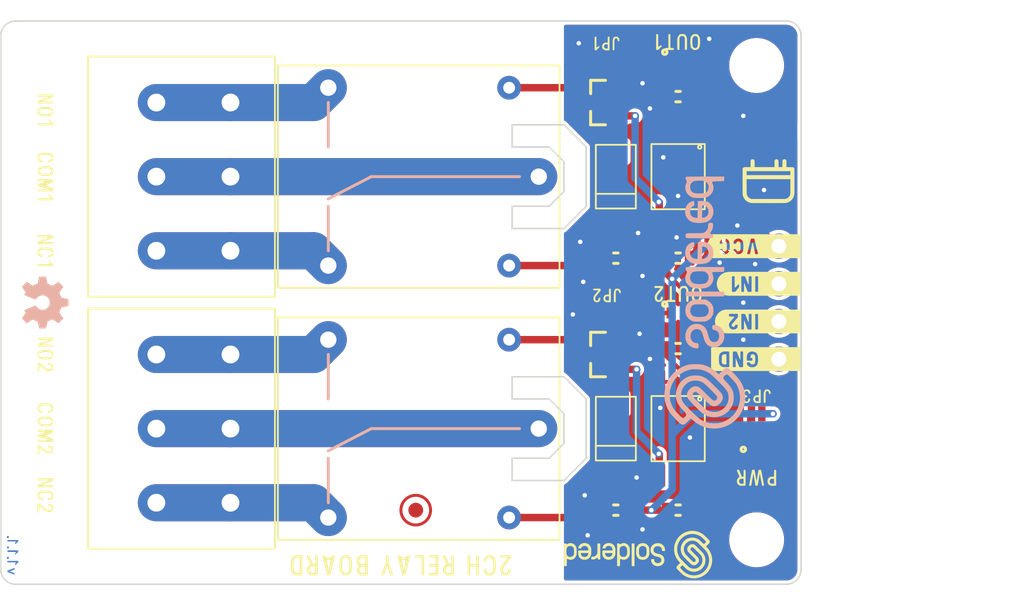
<source format=kicad_pcb>
(kicad_pcb (version 20210623) (generator pcbnew)
  (title_block (title "2CH relay board") (date "2021-07-13") (rev "V1.1.1.") (company "V1.1.1.") (comment 1 "333023"))
  (layers (0 "F.Cu" signal) (31 "B.Cu" signal) (34 "B.Paste" user) (35 "F.Paste" user) (36 "B.SilkS" user "B.Silkscreen") (37 "F.SilkS" user "F.Silkscreen") (38 "B.Mask" user) (39 "F.Mask" user) (44 "Edge.Cuts" user))
  (net 0 "")
  (net 1 "Net-(D1-Pad2)")
  (net 2 "VCC")
  (net 3 "Net-(D2-Pad2)")
  (net 4 "Net-(D2-Pad1)")
  (net 5 "Net-(D3-Pad2)")
  (net 6 "Net-(D4-Pad2)")
  (net 7 "Net-(D4-Pad1)")
  (net 8 "NC1")
  (net 9 "COM1")
  (net 10 "NO1")
  (net 11 "GND")
  (net 12 "IN2")
  (net 13 "IN1")
  (net 14 "NC2")
  (net 15 "COM2")
  (net 16 "NO2")
  (net 17 "Net-(Q1-Pad1)")
  (net 18 "Net-(Q2-Pad1)")
  (net 19 "Net-(R1-Pad1)")
  (net 20 "Net-(R3-Pad1)")
  (net 21 "Net-(R5-Pad1)")
  (net 22 "Net-(R7-Pad1)")
  (net 23 "Net-(JP1-Pad1)")
  (net 24 "Net-(JP2-Pad1)")
  (net 25 "Net-(D5-Pad1)")
  (net 26 "Net-(JP3-Pad2)")
  (footprint "buzzardLabel" (layer "F.Cu") (at 120.8 120.01 180)
    (fp_text reference "" (at 0 0) (layer "F.SilkS") (effects (font (size 1.27 1.27))))
    (fp_text value "" (at 0 0) (layer "F.SilkS") (effects (font (size 1.27 1.27))))
  )
  (footprint "buzzardLabel" (layer "F.Cu") (at 117.4 128 180)
    (fp_text reference "" (at 0 0) (layer "F.SilkS") (effects (font (size 1.27 1.27))))
    (fp_text value "" (at 0 0) (layer "F.SilkS") (effects (font (size 1.27 1.27))))
  )
  (footprint "e-radionica.com footprinti:SOT-23-3" (layer "F.Cu") (at 106.9 119.7 180)
    (fp_text reference "Q2")
    (fp_text value "NPN-SOT-23-3")
    (pad "1" smd rect locked (at -1.2 -0.95 270) (size 0.6 1) (layers "F.Cu" "F.Paste" "F.Mask") (net 18 "Net-(Q2-Pad1)"))
    (pad "2" smd rect locked (at -1.2 0.95 270) (size 0.6 1) (layers "F.Cu" "F.Paste" "F.Mask") (net 11 "GND"))
    (pad "3" smd rect locked (at 1.2 0 270) (size 0.6 1) (layers "F.Cu" "F.Paste" "F.Mask") (net 7 "Net-(D4-Pad1)"))
  )
  (footprint "buzzardLabel" (layer "F.Cu") (at 107.3 98.7 180)
    (fp_text reference "" (at 0 0) (layer "F.SilkS") (effects (font (size 1.27 1.27))))
    (fp_text value "" (at 0 0) (layer "F.SilkS") (effects (font (size 1.27 1.27))))
  )
  (footprint "e-radionica.com footprinti:SMD-JUMPER-CONNECTED_TRACE_SLODERMASK" (layer "F.Cu") (at 107.3 99.9 180)
    (fp_text reference "JP1")
    (fp_text value "SMD-JUMPER-CONNECTED_TRACE_SLODERMASK")
    (fp_poly (pts (xy 0.1 0.1) (xy -0.1 0.1) (xy -0.1 -0.1) (xy 0.1 -0.1)) (layer "F.Cu") (width 0.1) (fill solid))
    (pad "1" smd rect (at -0.35 0 180) (size 0.5 1) (layers "F.Cu" "F.Mask") (net 23 "Net-(JP1-Pad1)"))
    (pad "2" smd rect (at 0.35 0 180) (size 0.5 1) (layers "F.Cu" "F.Mask") (net 4 "Net-(D2-Pad1)"))
  )
  (footprint "e-radionica.com footprinti:0402R" (layer "F.Cu") (at 117.4 125.5)
    (fp_text reference "R9")
    (fp_text value "2k2")
    (pad "1" smd rect locked (at -0.5 0 90) (size 0.64 0.54) (layers "F.Cu" "F.Paste" "F.Mask") (net 26 "Net-(JP3-Pad2)"))
    (pad "2" smd rect locked (at 0.5 0 90) (size 0.64 0.54) (layers "F.Cu" "F.Paste" "F.Mask") (net 25 "Net-(D5-Pad1)"))
  )
  (footprint "Soldered Graphics:Logo-Front-SolderedFULL-10mm" (layer "F.Cu") (at 109.4 133.2 180)
    (fp_text reference "G***" hide)
    (fp_text value "LOGO" hide)
  )
  (footprint "e-radionica.com footprinti:FIDUCIAL_23" (layer "F.Cu") (at 94.4 130.2 -90)
    (fp_text reference "FD2")
    (fp_text value "FIDUCIAL")
    (fp_circle (center 0 0) (end 1 0) (layer "F.Cu") (width 0.2) (fill none))
    (pad "1" smd circle (at 0 0 270) (size 1 1) (layers "F.Cu" "F.Paste" "F.Mask") (clearance 1.1))
  )
  (footprint "buzzardLabel" (layer "F.Cu") (at 120.8 112.39 180)
    (fp_text reference "" (at 0 0) (layer "F.SilkS") (effects (font (size 1.27 1.27))))
    (fp_text value "" (at 0 0) (layer "F.SilkS") (effects (font (size 1.27 1.27))))
  )
  (footprint "e-radionica.com footprinti:HOLE_3.2mm" (layer "F.Cu") (at 69.4 132.2 -90)
    (fp_text reference "H2" hide)
    (fp_text value "HOLE_3.2mm" hide)
    (pad "" np_thru_hole circle locked (at 0 0 270) (size 3.2 3.2) (drill 3.2) (layers F&B.Cu *.Mask))
  )
  (footprint "buzzardLabel" (layer "F.Cu") (at 120.8 114.93 180)
    (fp_text reference "" (at 0 0) (layer "F.SilkS") (effects (font (size 1.27 1.27))))
    (fp_text value "" (at 0 0) (layer "F.SilkS") (effects (font (size 1.27 1.27))))
  )
  (footprint "e-radionica.com footprinti:HOLE_3.2mm" (layer "F.Cu") (at 117.4 100.2 -90)
    (fp_text reference "H4" hide)
    (fp_text value "HOLE_3.2mm" hide)
    (pad "" np_thru_hole circle locked (at 0 0 270) (size 3.2 3.2) (drill 3.2) (layers F&B.Cu *.Mask))
  )
  (footprint "e-radionica.com footprinti:0402R" (layer "F.Cu") (at 109.7 99.9)
    (fp_text reference "R2")
    (fp_text value "2k2")
    (pad "1" smd rect locked (at -0.5 0 90) (size 0.64 0.54) (layers "F.Cu" "F.Paste" "F.Mask") (net 23 "Net-(JP1-Pad1)"))
    (pad "2" smd rect locked (at 0.5 0 90) (size 0.64 0.54) (layers "F.Cu" "F.Paste" "F.Mask") (net 1 "Net-(D1-Pad2)"))
  )
  (footprint "e-radionica.com footprinti:PC357_OPTO" (layer "F.Cu") (at 112.1 107.7 -90)
    (fp_text reference "U1")
    (fp_text value "PC357_OPTO")
    (pad "1" smd rect locked (at -3.15 -1.27 270) (size 1.5 0.8) (layers "F.Cu" "F.Paste" "F.Mask") (net 19 "Net-(R1-Pad1)"))
    (pad "2" smd rect locked (at -3.15 1.27 270) (size 1.5 0.8) (layers "F.Cu" "F.Paste" "F.Mask") (net 11 "GND"))
    (pad "3" smd rect locked (at 3.15 1.27 270) (size 1.5 0.8) (layers "F.Cu" "F.Paste" "F.Mask") (net 17 "Net-(Q1-Pad1)"))
    (pad "4" smd rect locked (at 3.15 -1.27 270) (size 1.5 0.8) (layers "F.Cu" "F.Paste" "F.Mask") (net 20 "Net-(R3-Pad1)"))
  )
  (footprint "e-radionica.com footprinti:0603R" (layer "F.Cu") (at 107.9 113.2)
    (fp_text reference "R4")
    (fp_text value "10R")
    (pad "1" smd rect locked (at -0.775 0 90) (size 1 0.64) (layers "F.Cu" "F.Paste" "F.Mask") (net 3 "Net-(D2-Pad2)"))
    (pad "2" smd rect locked (at 0.775 0 90) (size 1 0.64) (layers "F.Cu" "F.Paste" "F.Mask") (net 2 "VCC"))
  )
  (footprint "e-radionica.com footprinti:0603R" (layer "F.Cu") (at 112.1 113.2 180)
    (fp_text reference "R3")
    (fp_text value "330R")
    (pad "1" smd rect locked (at -0.775 0 270) (size 1 0.64) (layers "F.Cu" "F.Paste" "F.Mask") (net 20 "Net-(R3-Pad1)"))
    (pad "2" smd rect locked (at 0.775 0 270) (size 1 0.64) (layers "F.Cu" "F.Paste" "F.Mask") (net 2 "VCC"))
  )
  (footprint "buzzardLabel" (layer "F.Cu") (at 69.4 107.7 -90)
    (fp_text reference "" (at 0 0 90) (layer "F.SilkS") (effects (font (size 1.27 1.27))))
    (fp_text value "" (at 0 0 90) (layer "F.SilkS") (effects (font (size 1.27 1.27))))
  )
  (footprint "e-radionica.com footprinti:0402LED" (layer "F.Cu") (at 112.1 99.9 180)
    (fp_text reference "D1")
    (fp_text value "blue")
    (pad "1" smd rect locked (at -0.55 0 270) (size 0.75 0.45) (layers "F.Cu" "F.Paste" "F.Mask") (net 2 "VCC"))
    (pad "2" smd rect locked (at 0.55 0 270) (size 0.75 0.45) (layers "F.Cu" "F.Paste" "F.Mask") (net 1 "Net-(D1-Pad2)"))
  )
  (footprint "buzzardLabel" (layer "F.Cu") (at 69.4 124.7 -90)
    (fp_text reference "" (at 0 0 90) (layer "F.SilkS") (effects (font (size 1.27 1.27))))
    (fp_text value "" (at 0 0 90) (layer "F.SilkS") (effects (font (size 1.27 1.27))))
  )
  (footprint "e-radionica.com footprinti:FIDUCIAL_23" (layer "F.Cu") (at 118.4 104.6 -90)
    (fp_text reference "FD1")
    (fp_text value "FIDUCIAL")
    (fp_circle (center 0 0) (end 1 0) (layer "F.Cu") (width 0.2) (fill none))
    (pad "1" smd circle (at 0 0 270) (size 1 1) (layers "F.Cu" "F.Paste" "F.Mask") (clearance 1.1))
  )
  (footprint "buzzardLabel" (layer "F.Cu") (at 69.4 129.2 -90)
    (fp_text reference "" (at 0 0 90) (layer "F.SilkS") (effects (font (size 1.27 1.27))))
    (fp_text value "" (at 0 0 90) (layer "F.SilkS") (effects (font (size 1.27 1.27))))
  )
  (footprint "e-radionica.com footprinti:0402LED" (layer "F.Cu") (at 117.4 126.7 180)
    (fp_text reference "D5")
    (fp_text value "purple")
    (pad "1" smd rect locked (at -0.55 0 270) (size 0.75 0.45) (layers "F.Cu" "F.Paste" "F.Mask") (net 25 "Net-(D5-Pad1)"))
    (pad "2" smd rect locked (at 0.55 0 270) (size 0.75 0.45) (layers "F.Cu" "F.Paste" "F.Mask") (net 11 "GND"))
  )
  (footprint "e-radionica.com footprinti:SRD_RELAY_5V" (layer "F.Cu") (at 94.6 107.7)
    (fp_text reference "K1")
    (fp_text value "SRD-05VDC-SL-C")
    (pad "1" thru_hole circle locked (at 6.1 6) (size 1.6 1.6) (drill 0.8) (layers *.Cu *.Mask) (net 3 "Net-(D2-Pad2)"))
    (pad "2" thru_hole circle locked (at 6.1 -6) (size 1.6 1.6) (drill 0.8) (layers *.Cu *.Mask) (net 4 "Net-(D2-Pad1)"))
    (pad "3" thru_hole circle locked (at -6.1 -6) (size 2 2) (drill 1.1) (layers *.Cu *.Mask) (net 10 "NO1"))
    (pad "4" thru_hole circle locked (at 8.1 0) (size 2 2) (drill 1.1) (layers *.Cu *.Mask) (net 9 "COM1"))
    (pad "5" thru_hole circle locked (at -6.1 6) (size 2 2) (drill 1.1) (layers *.Cu *.Mask) (net 8 "NC1"))
  )
  (footprint "Soldered Graphics:Logo-Back-OSH-3.5mm" (layer "F.Cu") (at 69.4 116.2 -90)
    (fp_text reference "G***" hide)
    (fp_text value "LOGO" hide)
  )
  (footprint "buzzardLabel" (layer "F.Cu") (at 93.4 133.9 180)
    (fp_text reference "" (at 0 0) (layer "F.SilkS") (effects (font (size 1.27 1.27))))
    (fp_text value "" (at 0 0) (layer "F.SilkS") (effects (font (size 1.27 1.27))))
  )
  (footprint "e-radionica.com footprinti:0603R" (layer "F.Cu") (at 107.9 130.2)
    (fp_text reference "R8")
    (fp_text value "10R")
    (pad "1" smd rect locked (at -0.775 0 90) (size 1 0.64) (layers "F.Cu" "F.Paste" "F.Mask") (net 6 "Net-(D4-Pad2)"))
    (pad "2" smd rect locked (at 0.775 0 90) (size 1 0.64) (layers "F.Cu" "F.Paste" "F.Mask") (net 2 "VCC"))
  )
  (footprint "e-radionica.com footprinti:0603R" (layer "F.Cu") (at 112.1 102.3)
    (fp_text reference "R1")
    (fp_text value "100R")
    (pad "1" smd rect locked (at -0.775 0 90) (size 1 0.64) (layers "F.Cu" "F.Paste" "F.Mask") (net 19 "Net-(R1-Pad1)"))
    (pad "2" smd rect locked (at 0.775 0 90) (size 1 0.64) (layers "F.Cu" "F.Paste" "F.Mask") (net 13 "IN1"))
  )
  (footprint "buzzardLabel" (layer "F.Cu") (at 120.8 117.47 180)
    (fp_text reference "" (at 0 0) (layer "F.SilkS") (effects (font (size 1.27 1.27))))
    (fp_text value "" (at 0 0) (layer "F.SilkS") (effects (font (size 1.27 1.27))))
  )
  (footprint "e-radionica.com footprinti:SMD-JUMPER-CONNECTED_TRACE_SLODERMASK" (layer "F.Cu") (at 117.4 123.7 180)
    (fp_text reference "JP3")
    (fp_text value "SMD-JUMPER-CONNECTED_TRACE_SLODERMASK")
    (fp_poly (pts (xy 0.1 0.1) (xy -0.1 0.1) (xy -0.1 -0.1) (xy 0.1 -0.1)) (layer "F.Cu") (width 0.1) (fill solid))
    (pad "1" smd rect (at -0.35 0 180) (size 0.5 1) (layers "F.Cu" "F.Mask") (net 2 "VCC"))
    (pad "2" smd rect (at 0.35 0 180) (size 0.5 1) (layers "F.Cu" "F.Mask") (net 26 "Net-(JP3-Pad2)"))
  )
  (footprint "e-radionica.com footprinti:M4_DIODA" (layer "F.Cu") (at 107.9 124.7 -90)
    (fp_text reference "D4")
    (fp_text value "M4_DIODA")
    (pad "1" smd rect locked (at -1.69 0 270) (size 1.27 1.47) (layers "F.Cu" "F.Paste" "F.Mask") (net 7 "Net-(D4-Pad1)"))
    (pad "2" smd rect locked (at 1.69 0 270) (size 1.27 1.47) (layers "F.Cu" "F.Paste" "F.Mask") (net 6 "Net-(D4-Pad2)"))
  )
  (footprint "e-radionica.com footprinti:0603R" (layer "F.Cu") (at 112.1 119.3)
    (fp_text reference "R5")
    (fp_text value "100R")
    (pad "1" smd rect locked (at -0.775 0 90) (size 1 0.64) (layers "F.Cu" "F.Paste" "F.Mask") (net 21 "Net-(R5-Pad1)"))
    (pad "2" smd rect locked (at 0.775 0 90) (size 1 0.64) (layers "F.Cu" "F.Paste" "F.Mask") (net 12 "IN2"))
  )
  (footprint "e-radionica.com footprinti:0603R" (layer "F.Cu") (at 112.1 130.2 180)
    (fp_text reference "R7")
    (fp_text value "330R")
    (pad "1" smd rect locked (at -0.775 0 270) (size 1 0.64) (layers "F.Cu" "F.Paste" "F.Mask") (net 22 "Net-(R7-Pad1)"))
    (pad "2" smd rect locked (at 0.775 0 270) (size 1 0.64) (layers "F.Cu" "F.Paste" "F.Mask") (net 2 "VCC"))
  )
  (footprint "e-radionica.com footprinti:SMD-JUMPER-CONNECTED_TRACE_SLODERMASK" (layer "F.Cu") (at 107.3 116.9 180)
    (fp_text reference "JP2")
    (fp_text value "SMD-JUMPER-CONNECTED_TRACE_SLODERMASK")
    (fp_poly (pts (xy 0.1 0.1) (xy -0.1 0.1) (xy -0.1 -0.1) (xy 0.1 -0.1)) (layer "F.Cu") (width 0.1) (fill solid))
    (pad "1" smd rect (at -0.35 0 180) (size 0.5 1) (layers "F.Cu" "F.Mask") (net 24 "Net-(JP2-Pad1)"))
    (pad "2" smd rect (at 0.35 0 180) (size 0.5 1) (layers "F.Cu" "F.Mask") (net 7 "Net-(D4-Pad1)"))
  )
  (footprint "e-radionica.com footprinti:0402LED" (layer "F.Cu") (at 112.1 116.9 180)
    (fp_text reference "D3")
    (fp_text value "blue")
    (pad "1" smd rect locked (at -0.55 0 270) (size 0.75 0.45) (layers "F.Cu" "F.Paste" "F.Mask") (net 2 "VCC"))
    (pad "2" smd rect locked (at 0.55 0 270) (size 0.75 0.45) (layers "F.Cu" "F.Paste" "F.Mask") (net 5 "Net-(D3-Pad2)"))
  )
  (footprint "buzzardLabel" (layer "F.Cu") (at 69.4 103.2 -90)
    (fp_text reference "" (at 0 0 90) (layer "F.SilkS") (effects (font (size 1.27 1.27))))
    (fp_text value "" (at 0 0 90) (layer "F.SilkS") (effects (font (size 1.27 1.27))))
  )
  (footprint "e-radionica.com footprinti:HOLE_3.2mm" (layer "F.Cu") (at 117.4 132.2 -90)
    (fp_text reference "H3" hide)
    (fp_text value "HOLE_3.2mm" hide)
    (pad "" np_thru_hole circle locked (at 0 0 270) (size 3.2 3.2) (drill 3.2) (layers F&B.Cu *.Mask))
  )
  (footprint "buzzardLabel" (layer "F.Cu") (at 69.4 112.7 -90)
    (fp_text reference "" (at 0 0 90) (layer "F.SilkS") (effects (font (size 1.27 1.27))))
    (fp_text value "" (at 0 0 90) (layer "F.SilkS") (effects (font (size 1.27 1.27))))
  )
  (footprint "Soldered Graphics:Logo-Back-SolderedFULL-17mm" (layer "F.Cu") (at 113.9 116.2 -90)
    (fp_text reference "REF**" hide)
    (fp_text value "Logo-Front-SolderedFULL-17mm" hide)
  )
  (footprint "e-radionica.com footprinti:SOT-23-3" (layer "F.Cu") (at 106.9 102.7 180)
    (fp_text reference "Q1")
    (fp_text value "NPN-SOT-23-3")
    (pad "1" smd rect locked (at -1.2 -0.95 270) (size 0.6 1) (layers "F.Cu" "F.Paste" "F.Mask") (net 17 "Net-(Q1-Pad1)"))
    (pad "2" smd rect locked (at -1.2 0.95 270) (size 0.6 1) (layers "F.Cu" "F.Paste" "F.Mask") (net 11 "GND"))
    (pad "3" smd rect locked (at 1.2 0 270) (size 0.6 1) (layers "F.Cu" "F.Paste" "F.Mask") (net 4 "Net-(D2-Pad1)"))
  )
  (footprint "buzzardLabel" (layer "F.Cu") (at 117.4 122.5 180)
    (fp_text reference "" (at 0 0) (layer "F.SilkS") (effects (font (size 1.27 1.27))))
    (fp_text value "" (at 0 0) (layer "F.SilkS") (effects (font (size 1.27 1.27))))
  )
  (footprint "Soldered Graphics:Symbol-Front-Relay" (layer "F.Cu") (at 118.2 108 180)
    (fp_text reference "G***" hide)
    (fp_text value "LOGO" hide)
  )
  (footprint "buzzardLabel" (layer "F.Cu") (at 112.1 115.6 180)
    (fp_text reference "" (at 0 0) (layer "F.SilkS") (effects (font (size 1.27 1.27))))
    (fp_text value "" (at 0 0) (layer "F.SilkS") (effects (font (size 1.27 1.27))))
  )
  (footprint "e-radionica.com footprinti:PC357_OPTO" (layer "F.Cu") (at 112.1 124.7 -90)
    (fp_text reference "U2")
    (fp_text value "PC357_OPTO")
    (pad "1" smd rect locked (at -3.15 -1.27 270) (size 1.5 0.8) (layers "F.Cu" "F.Paste" "F.Mask") (net 21 "Net-(R5-Pad1)"))
    (pad "2" smd rect locked (at -3.15 1.27 270) (size 1.5 0.8) (layers "F.Cu" "F.Paste" "F.Mask") (net 11 "GND"))
    (pad "3" smd rect locked (at 3.15 1.27 270) (size 1.5 0.8) (layers "F.Cu" "F.Paste" "F.Mask") (net 18 "Net-(Q2-Pad1)"))
    (pad "4" smd rect locked (at 3.15 -1.27 270) (size 1.5 0.8) (layers "F.Cu" "F.Paste" "F.Mask") (net 22 "Net-(R7-Pad1)"))
  )
  (footprint "buzzardLabel" (layer "F.Cu") (at 69.4 119.7 -90)
    (fp_text reference "" (at 0 0 90) (layer "F.SilkS") (effects (font (size 1.27 1.27))))
    (fp_text value "" (at 0 0 90) (layer "F.SilkS") (effects (font (size 1.27 1.27))))
  )
  (footprint "e-radionica.com footprinti:M4_DIODA" (layer "F.Cu") (at 107.9 107.7 -90)
    (fp_text reference "D2")
    (fp_text value "M4_DIODA")
    (pad "1" smd rect locked (at -1.69 0 270) (size 1.27 1.47) (layers "F.Cu" "F.Paste" "F.Mask") (net 4 "Net-(D2-Pad1)"))
    (pad "2" smd rect locked (at 1.69 0 270) (size 1.27 1.47) (layers "F.Cu" "F.Paste" "F.Mask") (net 3 "Net-(D2-Pad2)"))
  )
  (footprint "buzzardLabel" (layer "F.Cu") (at 112.1 98.6 180)
    (fp_text reference "" (at 0 0) (layer "F.SilkS") (effects (font (size 1.27 1.27))))
    (fp_text value "" (at 0 0) (layer "F.SilkS") (effects (font (size 1.27 1.27))))
  )
  (footprint "buzzardLabel" (layer "F.Cu") (at 107.3 115.7 180)
    (fp_text reference "" (at 0 0) (layer "F.SilkS") (effects (font (size 1.27 1.27))))
    (fp_text value "" (at 0 0) (layer "F.SilkS") (effects (font (size 1.27 1.27))))
  )
  (footprint "e-radionica.com footprinti:HOLE_3.2mm" (layer "F.Cu") (at 69.4 100.2 -90)
    (fp_text reference "H1" hide)
    (fp_text value "HOLE_3.2mm" hide)
    (pad "" np_thru_hole circle locked (at 0 0 270) (size 3.2 3.2) (drill 3.2) (layers F&B.Cu *.Mask))
  )
  (footprint "e-radionica.com footprinti:SRD_RELAY_5V" (layer "F.Cu") (at 94.6 124.7)
    (fp_text reference "K4")
    (fp_text value "SRD-05VDC-SL-C")
    (pad "1" thru_hole circle locked (at 6.1 6) (size 1.6 1.6) (drill 0.8) (layers *.Cu *.Mask) (net 6 "Net-(D4-Pad2)"))
    (pad "2" thru_hole circle locked (at 6.1 -6) (size 1.6 1.6) (drill 0.8) (layers *.Cu *.Mask) (net 7 "Net-(D4-Pad1)"))
    (pad "3" thru_hole circle locked (at -6.1 -6) (size 2 2) (drill 1.1) (layers *.Cu *.Mask) (net 16 "NO2"))
    (pad "4" thru_hole circle locked (at 8.1 0) (size 2 2) (drill 1.1) (layers *.Cu *.Mask) (net 15 "COM2"))
    (pad "5" thru_hole circle locked (at -6.1 6) (size 2 2) (drill 1.1) (layers *.Cu *.Mask) (net 14 "NC2"))
  )
  (footprint "e-radionica.com footprinti:0402R" (layer "F.Cu") (at 109.7 116.9)
    (fp_text reference "R6")
    (fp_text value "2k2")
    (pad "1" smd rect locked (at -0.5 0 90) (size 0.64 0.54) (layers "F.Cu" "F.Paste" "F.Mask") (net 24 "Net-(JP2-Pad1)"))
    (pad "2" smd rect locked (at 0.5 0 90) (size 0.64 0.54) (layers "F.Cu" "F.Paste" "F.Mask") (net 5 "Net-(D3-Pad2)"))
  )
  (footprint "e-radionica.com footprinti:TERMINAL_KF235-5.0-3P" (layer "F.Cu") (at 79.4 124.7 -90)
    (fp_text reference "K5")
    (fp_text value "TERMINAL_KF235-5.0-3P")
    (pad "1" thru_hole circle locked (at 5 -2.5 270) (size 2 2) (drill 1.2) (layers *.Cu *.Mask) (net 14 "NC2"))
    (pad "1" thru_hole circle locked (at 5 2.5 270) (size 2 2) (drill 1.2) (layers *.Cu *.Mask) (net 14 "NC2"))
    (pad "2" thru_hole circle locked (at 0 -2.5 270) (size 2 2) (drill 1.2) (layers *.Cu *.Mask) (net 15 "COM2"))
    (pad "2" thru_hole circle locked (at 0 2.5 270) (size 2 2) (drill 1.2) (layers *.Cu *.Mask) (net 15 "COM2"))
    (pad "3" thru_hole circle locked (at -5 -2.5 270) (size 2 2) (drill 1.2) (layers *.Cu *.Mask) (net 16 "NO2"))
    (pad "3" thru_hole circle locked (at -5 2.5 270) (size 2 2) (drill 1.2) (layers *.Cu *.Mask) (net 16 "NO2"))
  )
  (footprint "e-radionica.com footprinti:TERMINAL_KF235-5.0-3P" (layer "F.Cu") (at 79.4 107.7 -90)
    (fp_text reference "K2")
    (fp_text value "TERMINAL_KF235-5.0-3P")
    (pad "1" thru_hole circle locked (at 5 -2.5 270) (size 2 2) (drill 1.2) (layers *.Cu *.Mask) (net 8 "NC1"))
    (pad "1" thru_hole circle locked (at 5 2.5 270) (size 2 2) (drill 1.2) (layers *.Cu *.Mask) (net 8 "NC1"))
    (pad "2" thru_hole circle locked (at 0 -2.5 270) (size 2 2) (drill 1.2) (layers *.Cu *.Mask) (net 9 "COM1"))
    (pad "2" thru_hole circle locked (at 0 2.5 270) (size 2 2) (drill 1.2) (layers *.Cu *.Mask) (net 9 "COM1"))
    (pad "3" thru_hole circle locked (at -5 2.5 270) (size 2 2) (drill 1.2) (layers *.Cu *.Mask) (net 10 "NO1"))
    (pad "3" thru_hole circle locked (at -5 -2.5 270) (size 2 2) (drill 1.2) (layers *.Cu *.Mask) (net 10 "NO1"))
  )
  (footprint "e-radionica.com footprinti:HEADER_MALE_4X1" (layer "B.Cu") (at 118.9 116.2 -90)
    (fp_text reference "K3")
    (fp_text value "HEADER_MALE_4X1")
    (pad "1" thru_hole circle locked (at -3.81 0 270) (size 1.7 1.7) (drill 1) (layers *.Cu *.Mask) (net 2 "VCC"))
    (pad "2" thru_hole circle locked (at -1.27 0 270) (size 1.7 1.7) (drill 1) (layers *.Cu *.Mask) (net 13 "IN1"))
    (pad "3" thru_hole circle locked (at 1.27 0 270) (size 1.7 1.7) (drill 1) (layers *.Cu *.Mask) (net 12 "IN2"))
    (pad "4" thru_hole circle locked (at 3.81 0 270) (size 1.7 1.7) (drill 1) (layers *.Cu *.Mask) (net 11 "GND"))
  )
  (footprint "Soldered Graphics:Version1.1.1." (layer "B.Cu") (at 67.2 133.2 90)
    (fp_text reference "REF**" hide)
    (fp_text value "Version1.1.1." hide)
    (fp_poly (pts (xy 0.91 -0.35) (xy 0.96 -0.35) (xy 0.98 -0.31) (xy 0.98 0.35) (xy 0.95 0.38) (xy 0.89 0.38) (xy 0.86 0.34) (xy 0.74 0.22) (xy 0.73 0.17) (xy 0.76 0.16) (xy 0.85 0.22) (xy 0.89 0.23) (xy 0.89 -0.31) (xy 0.91 -0.35)) (layer "B.Cu") (width 0.01) (fill solid))
    (fp_poly (pts (xy -0.5 -0.35) (xy -0.44 -0.35) (xy -0.43 -0.31) (xy -0.43 0.35) (xy -0.46 0.38) (xy -0.52 0.38) (xy -0.55 0.34) (xy -0.67 0.22) (xy -0.68 0.17) (xy -0.65 0.16) (xy -0.56 0.22) (xy -0.52 0.23) (xy -0.52 -0.31) (xy -0.5 -0.35)) (layer "B.Cu") (width 0.01) (fill solid))
    (fp_poly (pts (xy 0.43 -0.38) (xy 0.48 -0.38) (xy 0.54 -0.37) (xy 0.54 -0.33) (xy 0.54 -0.27) (xy 0.5 -0.26) (xy 0.45 -0.26) (xy 0.42 -0.29) (xy 0.42 -0.34) (xy 0.43 -0.38)) (layer "B.Cu") (width 0.01) (fill solid))
    (fp_poly (pts (xy -1.15 -0.35) (xy -1.1 -0.35) (xy -1.07 -0.31) (xy -0.92 0.1) (xy -0.94 0.13) (xy -0.99 0.13) (xy -1.02 0.1) (xy -1.11 -0.16) (xy -1.13 -0.21) (xy -1.15 -0.17) (xy -1.24 0.09) (xy -1.26 0.13) (xy -1.32 0.13) (xy -1.34 0.1) (xy -1.18 -0.31) (xy -1.15 -0.35)) (layer "B.Cu") (width 0.01) (fill solid))
    (fp_poly (pts (xy 1.14 -0.38) (xy 1.19 -0.38) (xy 1.24 -0.37) (xy 1.25 -0.33) (xy 1.25 -0.27) (xy 1.2 -0.26) (xy 1.15 -0.26) (xy 1.12 -0.29) (xy 1.12 -0.34) (xy 1.14 -0.38)) (layer "B.Cu") (width 0.01) (fill solid))
    (fp_poly (pts (xy 0.21 -0.35) (xy 0.26 -0.35) (xy 0.28 -0.31) (xy 0.28 0.35) (xy 0.24 0.38) (xy 0.19 0.38) (xy 0.15 0.34) (xy 0.04 0.22) (xy 0.02 0.17) (xy 0.05 0.16) (xy 0.14 0.22) (xy 0.18 0.23) (xy 0.18 -0.31) (xy 0.21 -0.35)) (layer "B.Cu") (width 0.01) (fill solid))
    (fp_poly (pts (xy -0.27 -0.38) (xy -0.22 -0.38) (xy -0.17 -0.37) (xy -0.16 -0.33) (xy -0.16 -0.27) (xy -0.21 -0.26) (xy -0.26 -0.26) (xy -0.29 -0.29) (xy -0.29 -0.34) (xy -0.27 -0.38)) (layer "B.Cu") (width 0.01) (fill solid))
  )
  (gr_line (start 88.5 102.7) (end 88.5 105.7) (layer "B.SilkS") (width 0.2))
  (gr_line (start 101.4 124.7) (end 91.4 124.7) (layer "B.SilkS") (width 0.2))
  (gr_line (start 88.5 119.7) (end 88.5 122.7) (layer "B.SilkS") (width 0.2))
  (gr_line (start 91.4 124.7) (end 88.5 126.2) (layer "B.SilkS") (width 0.2))
  (gr_line (start 88.5 129.7) (end 88.5 126.7) (layer "B.SilkS") (width 0.2))
  (gr_line (start 91.4 107.7) (end 88.5 109.2) (layer "B.SilkS") (width 0.2))
  (gr_line (start 101.4 107.7) (end 91.4 107.7) (layer "B.SilkS") (width 0.2))
  (gr_line (start 88.5 112.7) (end 88.5 109.7) (layer "B.SilkS") (width 0.2))
  (gr_line (start 104.4 111.2) (end 100.9 111.2) (layer "Edge.Cuts") (width 0.1))
  (gr_line (start 120.4 134.2) (end 120.4 98.2) (layer "Edge.Cuts") (width 0.1))
  (gr_line (start 104.4 128.2) (end 100.9 128.2) (layer "Edge.Cuts") (width 0.1))
  (gr_line (start 104.4 123.7) (end 103.4 122.7) (layer "Edge.Cuts") (width 0.1))
  (gr_line (start 104.4 106.7) (end 103.4 105.7) (layer "Edge.Cuts") (width 0.1))
  (gr_line (start 100.9 122.7) (end 100.9 121.2) (layer "Edge.Cuts") (width 0.1))
  (gr_line (start 66.4 98.2) (end 66.4 134.2) (layer "Edge.Cuts") (width 0.1))
  (gr_line (start 105.9 122.7) (end 105.9 126.7) (layer "Edge.Cuts") (width 0.1))
  (gr_line (start 105.9 105.7) (end 105.9 109.7) (layer "Edge.Cuts") (width 0.1))
  (gr_line (start 103.4 126.7) (end 104.4 125.7) (layer "Edge.Cuts") (width 0.1))
  (gr_arc (start 119.4 134.2) (end 120.4 134.2) (angle 90) (layer "Edge.Cuts") (width 0.1))
  (gr_line (start 100.9 126.7) (end 103.4 126.7) (layer "Edge.Cuts") (width 0.1))
  (gr_line (start 104.4 121.2) (end 105.9 122.7) (layer "Edge.Cuts") (width 0.1))
  (gr_arc (start 67.4 134.2) (end 67.4 135.2) (angle 90) (layer "Edge.Cuts") (width 0.1))
  (gr_line (start 104.4 125.7) (end 104.4 123.7) (layer "Edge.Cuts") (width 0.1))
  (gr_line (start 105.9 126.7) (end 104.4 128.2) (layer "Edge.Cuts") (width 0.1))
  (gr_arc (start 67.4 98.2) (end 66.4 98.2) (angle 90) (layer "Edge.Cuts") (width 0.1))
  (gr_line (start 100.9 128.2) (end 100.9 126.7) (layer "Edge.Cuts") (width 0.1))
  (gr_arc (start 119.4 98.2) (end 119.4 97.2) (angle 90) (layer "Edge.Cuts") (width 0.1))
  (gr_line (start 103.4 122.7) (end 100.9 122.7) (layer "Edge.Cuts") (width 0.1))
  (gr_line (start 104.4 104.2) (end 105.9 105.7) (layer "Edge.Cuts") (width 0.1))
  (gr_line (start 100.9 109.7) (end 103.4 109.7) (layer "Edge.Cuts") (width 0.1))
  (gr_line (start 103.4 105.7) (end 100.9 105.7) (layer "Edge.Cuts") (width 0.1))
  (gr_line (start 100.9 111.2) (end 100.9 109.7) (layer "Edge.Cuts") (width 0.1))
  (gr_line (start 105.9 109.7) (end 104.4 111.2) (layer "Edge.Cuts") (width 0.1))
  (gr_line (start 119.4 97.2) (end 67.4 97.2) (layer "Edge.Cuts") (width 0.1))
  (gr_line (start 104.4 108.7) (end 104.4 106.7) (layer "Edge.Cuts") (width 0.1))
  (gr_line (start 67.4 135.2) (end 119.4 135.2) (layer "Edge.Cuts") (width 0.1))
  (gr_line (start 103.4 109.7) (end 104.4 108.7) (layer "Edge.Cuts") (width 0.1))
  (gr_line (start 100.9 104.2) (end 104.4 104.2) (layer "Edge.Cuts") (width 0.1))
  (gr_line (start 100.9 121.2) (end 104.4 121.2) (layer "Edge.Cuts") (width 0.1))
  (gr_line (start 100.9 105.7) (end 100.9 104.2) (layer "Edge.Cuts") (width 0.1))
  (segment (start 111.55 99.9) (end 110.2 99.9) (width 0.3) (layer "F.Cu") (net 1))
  (segment (start 112.65 115.55) (end 112.65 116.9) (width 0.3) (layer "F.Cu") (net 2))
  (segment (start 108.675 113.2) (end 111.325 113.2) (width 0.5) (layer "F.Cu") (net 2))
  (segment (start 110.3 130.2) (end 108.675 130.2) (width 0.5) (layer "F.Cu") (net 2))
  (segment (start 115.8 109.29) (end 118.9 112.39) (width 0.3) (layer "F.Cu") (net 2))
  (segment (start 111.7 114.6) (end 112.65 115.55) (width 0.3) (layer "F.Cu") (net 2))
  (segment (start 115.8 103.05) (end 115.8 109.29) (width 0.3) (layer "F.Cu") (net 2))
  (segment (start 111.7 114.6) (end 111.325 114.225) (width 0.5) (layer "F.Cu") (net 2))
  (segment (start 118.5 123.7) (end 117.75 123.7) (width 0.5) (layer "F.Cu") (net 2))
  (segment (start 111.325 114.225) (end 111.325 113.2) (width 0.5) (layer "F.Cu") (net 2))
  (segment (start 110.3 130.2) (end 111.325 130.2) (width 0.5) (layer "F.Cu") (net 2))
  (segment (start 112.65 99.9) (end 115.8 103.05) (width 0.3) (layer "F.Cu") (net 2))
  (via (at 118.5 123.7) (size 0.5) (drill 0.3) (layers "F.Cu" "B.Cu") (net 2))
  (via (at 110.3 130.2) (size 0.5) (drill 0.3) (layers "F.Cu" "B.Cu") (net 2))
  (via (at 111.7 114.6) (size 0.5) (drill 0.3) (layers "F.Cu" "B.Cu") (net 2))
  (segment (start 111.7 128.8) (end 110.3 130.2) (width 0.5) (layer "B.Cu") (net 2))
  (segment (start 111.7 125.1) (end 111.7 128.8) (width 0.5) (layer "B.Cu") (net 2))
  (segment (start 111.7 114.6) (end 111.7 125.1) (width 0.5) (layer "B.Cu") (net 2))
  (segment (start 113.91 112.39) (end 118.9 112.39) (width 0.5) (layer "B.Cu") (net 2))
  (segment (start 111.7 114.6) (end 113.91 112.39) (width 0.5) (layer "B.Cu") (net 2))
  (segment (start 111.7 125.1) (end 113.1 123.7) (width 0.5) (layer "B.Cu") (net 2))
  (segment (start 113.1 123.7) (end 118.5 123.7) (width 0.5) (layer "B.Cu") (net 2))
  (segment (start 107.1 111.6) (end 107.1 113.175) (width 0.5) (layer "F.Cu") (net 3))
  (segment (start 106.625 113.7) (end 107.125 113.2) (width 0.5) (layer "F.Cu") (net 3))
  (segment (start 107.1 113.175) (end 107.125 113.2) (width 0.5) (layer "F.Cu") (net 3))
  (segment (start 100.7 113.7) (end 106.625 113.7) (width 0.5) (layer "F.Cu") (net 3))
  (segment (start 107.9 110.8) (end 107.1 111.6) (width 0.5) (layer "F.Cu") (net 3))
  (segment (start 107.9 109.39) (end 107.9 110.8) (width 0.5) (layer "F.Cu") (net 3))
  (segment (start 105.7 100.9) (end 105.7 102.7) (width 0.3) (layer "F.Cu") (net 4))
  (segment (start 105.7 103.81) (end 107.9 106.01) (width 0.5) (layer "F.Cu") (net 4))
  (segment (start 104.7 101.7) (end 105.7 102.7) (width 0.5) (layer "F.Cu") (net 4))
  (segment (start 106.95 99.9) (end 106.7 99.9) (width 0.3) (layer "F.Cu") (net 4))
  (segment (start 100.7 101.7) (end 104.7 101.7) (width 0.5) (layer "F.Cu") (net 4))
  (segment (start 106.7 99.9) (end 105.7 100.9) (width 0.3) (layer "F.Cu") (net 4))
  (segment (start 105.7 102.7) (end 105.7 103.81) (width 0.5) (layer "F.Cu") (net 4))
  (segment (start 110.2 116.9) (end 111.55 116.9) (width 0.3) (layer "F.Cu") (net 5))
  (segment (start 107.9 126.39) (end 107.9 127.7) (width 0.5) (layer "F.Cu") (net 6))
  (segment (start 107.1 128.5) (end 107.1 130.175) (width 0.5) (layer "F.Cu") (net 6))
  (segment (start 107.9 127.7) (end 107.1 128.5) (width 0.5) (layer "F.Cu") (net 6))
  (segment (start 100.7 130.7) (end 106.625 130.7) (width 0.5) (layer "F.Cu") (net 6))
  (segment (start 106.625 130.7) (end 107.125 130.2) (width 0.5) (layer "F.Cu") (net 6))
  (segment (start 107.1 130.175) (end 107.125 130.2) (width 0.5) (layer "F.Cu") (net 6))
  (segment (start 104.7 118.7) (end 105.7 119.7) (width 0.5) (layer "F.Cu") (net 7))
  (segment (start 105.7 120.81) (end 107.9 123.01) (width 0.5) (layer "F.Cu") (net 7))
  (segment (start 100.7 118.7) (end 104.7 118.7) (width 0.5) (layer "F.Cu") (net 7))
  (segment (start 105.7 119.7) (end 105.7 120.81) (width 0.5) (layer "F.Cu") (net 7))
  (segment (start 106.7 116.9) (end 105.7 117.9) (width 0.3) (layer "F.Cu") (net 7))
  (segment (start 106.95 116.9) (end 106.7 116.9) (width 0.3) (layer "F.Cu") (net 7))
  (segment (start 105.7 117.9) (end 105.7 119.7) (width 0.3) (layer "F.Cu") (net 7))
  (segment (start 76.9 112.7) (end 81.9 112.7) (width 2.5) (layer "F.Cu") (net 8))
  (segment (start 87.5 112.7) (end 88.5 113.7) (width 2.5) (layer "F.Cu") (net 8))
  (segment (start 81.9 112.7) (end 87.5 112.7) (width 2.5) (layer "F.Cu") (net 8))
  (segment (start 76.9 112.7) (end 81.9 112.7) (width 2.5) (layer "B.Cu") (net 8))
  (segment (start 81.9 112.7) (end 87.5 112.7) (width 2.5) (layer "B.Cu") (net 8))
  (segment (start 87.5 112.7) (end 88.5 113.7) (width 2.5) (layer "B.Cu") (net 8))
  (segment (start 76.9 107.7) (end 81.9 107.7) (width 2.5) (layer "F.Cu") (net 9))
  (segment (start 81.9 107.7) (end 102.7 107.7) (width 2.5) (layer "F.Cu") (net 9))
  (segment (start 81.9 107.7) (end 76.9 107.7) (width 2.5) (layer "B.Cu") (net 9))
  (segment (start 102.7 107.7) (end 81.9 107.7) (width 2.5) (layer "B.Cu") (net 9))
  (segment (start 87.5 102.7) (end 88.5 101.7) (width 2.5) (layer "F.Cu") (net 10))
  (segment (start 76.9 102.7) (end 81.9 102.7) (width 2.5) (layer "F.Cu") (net 10))
  (segment (start 81.9 102.7) (end 87.5 102.7) (width 2.5) (layer "F.Cu") (net 10))
  (segment (start 81.9 102.7) (end 87.5 102.7) (width 2.5) (layer "B.Cu") (net 10))
  (segment (start 87.5 102.7) (end 88.5 101.7) (width 2.5) (layer "B.Cu") (net 10))
  (segment (start 76.9 102.7) (end 81.9 102.7) (width 2.5) (layer "B.Cu") (net 10))
  (via (at 106 131.9) (size 0.5) (drill 0.3) (layers "F.Cu" "B.Cu") (net 11))
  (via (at 109.5 118.3) (size 0.5) (drill 0.3) (layers "F.Cu" "B.Cu") (net 11))
  (via (at 114.2 98.4) (size 0.5) (drill 0.3) (layers "F.Cu" "B.Cu") (net 11))
  (via (at 105.8 129.2) (size 0.5) (drill 0.3) (layers "F.Cu" "B.Cu") (net 11))
  (via (at 105.7 114.8) (size 0.5) (drill 0.3) (layers "F.Cu" "B.Cu") (net 11))
  (via (at 109.4 111.5) (size 0.5) (drill 0.3) (layers "F.Cu" "B.Cu") (net 11))
  (via (at 109.3 128) (size 0.5) (drill 0.3) (layers "F.Cu" "B.Cu") (net 11))
  (via (at 109.7 101.4) (size 0.5) (drill 0.3) (layers "F.Cu" "B.Cu") (net 11))
  (via (at 116.1 111) (size 0.5) (drill 0.3) (layers "F.Cu" "B.Cu") (net 11))
  (via (at 109.7 131.5) (size 0.5) (drill 0.3) (layers "F.Cu" "B.Cu") (net 11))
  (via (at 117.9 108.6) (size 0.5) (drill 0.3) (layers "F.Cu" "B.Cu") (net 11))
  (via (at 112.1 109) (size 0.5) (drill 0.3) (layers "F.Cu" "B.Cu") (net 11))
  (via (at 112.9 125.3) (size 0.5) (drill 0.3) (layers "F.Cu" "B.Cu") (net 11))
  (via (at 109.7 114.4) (size 0.5) (drill 0.3) (layers "F.Cu" "B.Cu") (net 11))
  (via (at 110.2 120) (size 0.5) (drill 0.3) (layers "F.Cu" "B.Cu") (net 11))
  (via (at 116.5 103.6) (size 0.5) (drill 0.3) (layers "F.Cu" "B.Cu") (net 11))
  (via (at 111.1 106.4) (size 0.5) (drill 0.3) (layers "F.Cu" "B.Cu") (net 11))
  (via (at 110.2 103.1) (size 0.5) (drill 0.3) (layers "F.Cu" "B.Cu") (net 11))
  (via (at 105 117) (size 0.5) (drill 0.3) (layers "F.Cu" "B.Cu") (net 11))
  (via (at 116.5 118.7) (size 0.5) (drill 0.3) (layers "F.Cu" "B.Cu") (net 11))
  (via (at 116.5 116.2) (size 0.5) (drill 0.3) (layers "F.Cu" "B.Cu") (net 11))
  (via (at 110.9 123.3) (size 0.5) (drill 0.3) (layers "F.Cu" "B.Cu") (net 11))
  (via (at 117.3 113.6) (size 0.5) (drill 0.3) (layers "F.Cu" "B.Cu") (net 11))
  (via (at 105.5 112.1) (size 0.5) (drill 0.3) (layers "F.Cu" "B.Cu") (net 11))
  (via (at 112 111.8) (size 0.5) (drill 0.3) (layers "F.Cu" "B.Cu") (net 11))
  (via (at 105.4 98.7) (size 0.5) (drill 0.3) (layers "F.Cu" "B.Cu") (net 11))
  (via (at 114.9 113.5) (size 0.5) (drill 0.3) (layers "F.Cu" "B.Cu") (net 11))
  (segment (start 116.13 117.47) (end 118.9 117.47) (width 0.3) (layer "F.Cu") (net 12))
  (segment (start 114.3 119.3) (end 116.13 117.47) (width 0.3) (layer "F.Cu") (net 12))
  (segment (start 112.875 119.3) (end 114.3 119.3) (width 0.3) (layer "F.Cu") (net 12))
  (segment (start 117.53 114.93) (end 118.9 114.93) (width 0.3) (layer "F.Cu") (net 13))
  (segment (start 114.9 112.3) (end 117.53 114.93) (width 0.3) (layer "F.Cu") (net 13))
  (segment (start 112.875 102.3) (end 113.7 102.3) (width 0.3) (layer "F.Cu") (net 13))
  (segment (start 114.9 103.5) (end 114.9 112.3) (width 0.3) (layer "F.Cu") (net 13))
  (segment (start 113.7 102.3) (end 114.9 103.5) (width 0.3) (layer "F.Cu") (net 13))
  (segment (start 87.5 129.7) (end 88.5 130.7) (width 2.5) (layer "F.Cu") (net 14))
  (segment (start 81.9 129.7) (end 87.5 129.7) (width 2.5) (layer "F.Cu") (net 14))
  (segment (start 76.9 129.7) (end 81.9 129.7) (width 2.5) (layer "F.Cu") (net 14))
  (segment (start 87.5 129.7) (end 88.5 130.7) (width 2.5) (layer "B.Cu") (net 14))
  (segment (start 76.9 129.7) (end 87.5 129.7) (width 2.5) (layer "B.Cu") (net 14))
  (segment (start 76.9 124.7) (end 81.9 124.7) (width 2.5) (layer "F.Cu") (net 15))
  (segment (start 81.9 124.7) (end 102.7 124.7) (width 2.5) (layer "F.Cu") (net 15))
  (segment (start 81.9 124.7) (end 102.7 124.7) (width 2.5) (layer "B.Cu") (net 15))
  (segment (start 76.9 124.7) (end 81.9 124.7) (width 2.5) (layer "B.Cu") (net 15))
  (segment (start 87.5 119.7) (end 88.5 118.7) (width 2.5) (layer "F.Cu") (net 16))
  (segment (start 76.9 119.7) (end 81.9 119.7) (width 2.5) (layer "F.Cu") (net 16))
  (segment (start 81.9 119.7) (end 87.5 119.7) (width 2.5) (layer "F.Cu") (net 16))
  (segment (start 81.9 119.7) (end 87.5 119.7) (width 2.5) (layer "B.Cu") (net 16))
  (segment (start 76.9 119.7) (end 81.9 119.7) (width 2.5) (layer "B.Cu") (net 16))
  (segment (start 87.5 119.7) (end 88.5 118.7) (width 2.5) (layer "B.Cu") (net 16))
  (segment (start 109.2 103.6) (end 108.15 103.6) (width 0.5) (layer "F.Cu") (net 17))
  (segment (start 110.83 109.43) (end 110.8 109.4) (width 0.5) (layer "F.Cu") (net 17))
  (segment (start 110.83 110.85) (end 110.83 109.43) (width 0.5) (layer "F.Cu") (net 17))
  (segment (start 108.15 103.6) (end 108.1 103.65) (width 0.5) (layer "F.Cu") (net 17))
  (via (at 109.2 103.6) (size 0.5) (drill 0.3) (layers "F.Cu" "B.Cu") (net 17))
  (via (at 110.8 109.4) (size 0.5) (drill 0.3) (layers "F.Cu" "B.Cu") (net 17))
  (segment (start 110.8 109.4) (end 109.2 107.8) (width 0.5) (layer "B.Cu") (net 17))
  (segment (start 109.2 107.8) (end 109.2 103.6) (width 0.5) (layer "B.Cu") (net 17))
  (segment (start 110.83 127.85) (end 110.83 126.43) (width 0.5) (layer "F.Cu") (net 18))
  (segment (start 110.83 126.43) (end 110.8 126.4) (width 0.5) (layer "F.Cu") (net 18))
  (segment (start 109.3 120.7) (end 108.15 120.7) (width 0.5) (layer "F.Cu") (net 18))
  (segment (start 108.15 120.7) (end 108.1 120.65) (width 0.5) (layer "F.Cu") (net 18))
  (via (at 109.3 120.7) (size 0.5) (drill 0.3) (layers "F.Cu" "B.Cu") (net 18))
  (via (at 110.8 126.4) (size 0.5) (drill 0.3) (layers "F.Cu" "B.Cu") (net 18))
  (segment (start 110.8 126.4) (end 109.3 124.9) (width 0.5) (layer "B.Cu") (net 18))
  (segment (start 109.3 124.9) (end 109.3 120.7) (width 0.5) (layer "B.Cu") (net 18))
  (segment (start 111.325 102.925) (end 112.95 104.55) (width 0.3) (layer "F.Cu") (net 19))
  (segment (start 111.325 102.3) (end 111.325 102.925) (width 0.3) (layer "F.Cu") (net 19))
  (segment (start 112.95 104.55) (end 113.37 104.55) (width 0.3) (layer "F.Cu") (net 19))
  (segment (start 113.37 110.85) (end 113.37 112.705) (width 0.5) (layer "F.Cu") (net 20))
  (segment (start 113.37 112.705) (end 112.875 113.2) (width 0.5) (layer "F.Cu") (net 20))
  (segment (start 113.05 121.55) (end 113.37 121.55) (width 0.3) (layer "F.Cu") (net 21))
  (segment (start 111.325 119.3) (end 111.325 119.825) (width 0.3) (layer "F.Cu") (net 21))
  (segment (start 111.325 119.825) (end 113.05 121.55) (width 0.3) (layer "F.Cu") (net 21))
  (segment (start 113.37 127.85) (end 113.37 129.705) (width 0.5) (layer "F.Cu") (net 22))
  (segment (start 113.37 129.705) (end 112.875 130.2) (width 0.5) (layer "F.Cu") (net 22))
  (segment (start 109.2 99.9) (end 107.65 99.9) (width 0.3) (layer "F.Cu") (net 23))
  (segment (start 107.65 116.9) (end 109.2 116.9) (width 0.3) (layer "F.Cu") (net 24))
  (segment (start 117.95 126.7) (end 117.95 125.55) (width 0.3) (layer "F.Cu") (net 25))
  (segment (start 117.95 125.55) (end 117.9 125.5) (width 0.3) (layer "F.Cu") (net 25))
  (segment (start 116.9 125.5) (end 116.9 123.85) (width 0.3) (layer "F.Cu") (net 26))
  (segment (start 116.9 123.85) (end 117.05 123.7) (width 0.3) (layer "F.Cu") (net 26))
  (zone (net 11) (net_name "GND") (layers F&B.Cu) (connect_pads (clearance 0.254)) (min_thickness 0.254) (fill yes (thermal_gap 0.254) (thermal_bridge_width 0.254))
    (polygon (pts (xy 104.4 135.2) (xy 104.4 97.2) (xy 120.4 97.2) (xy 120.4 135.2)))
  )
)
</source>
